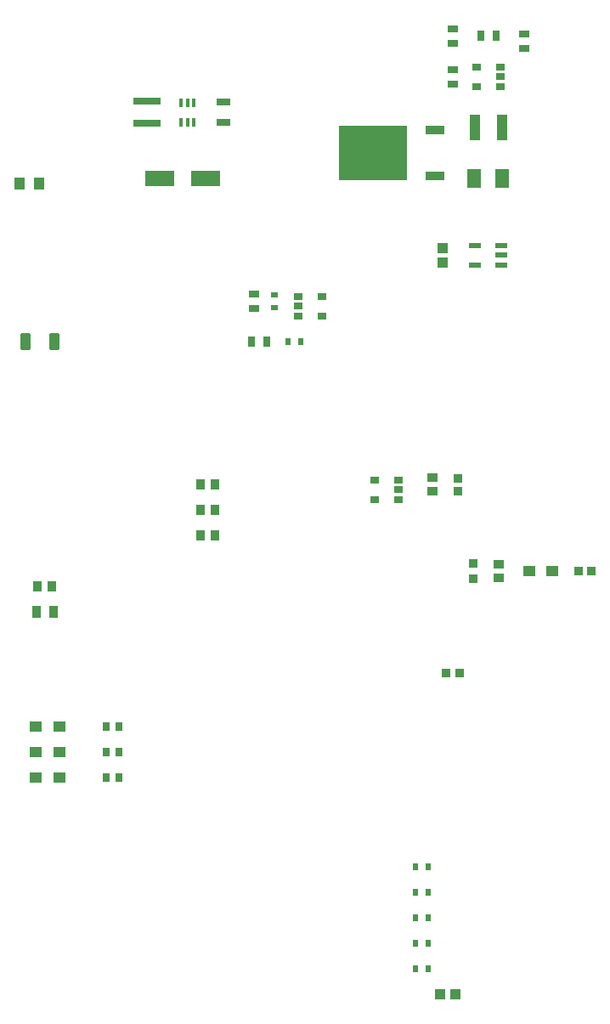
<source format=gtp>
G04 Layer_Color=7318015*
%FSLAX25Y25*%
%MOIN*%
G70*
G01*
G75*
%ADD10R,0.04921X0.04331*%
%ADD11R,0.03347X0.03740*%
%ADD12R,0.04134X0.03543*%
G04:AMPARAMS|DCode=13|XSize=35mil|YSize=35mil|CornerRadius=4.38mil|HoleSize=0mil|Usage=FLASHONLY|Rotation=270.000|XOffset=0mil|YOffset=0mil|HoleType=Round|Shape=RoundedRectangle|*
%AMROUNDEDRECTD13*
21,1,0.03500,0.02625,0,0,270.0*
21,1,0.02625,0.03500,0,0,270.0*
1,1,0.00875,-0.01313,-0.01313*
1,1,0.00875,-0.01313,0.01313*
1,1,0.00875,0.01313,0.01313*
1,1,0.00875,0.01313,-0.01313*
%
%ADD13ROUNDEDRECTD13*%
%ADD14R,0.04134X0.03937*%
%ADD15R,0.02362X0.03150*%
%ADD16R,0.03543X0.02559*%
%ADD17R,0.03543X0.03347*%
%ADD18R,0.01575X0.03347*%
%ADD19R,0.05512X0.07284*%
%ADD20R,0.03937X0.10236*%
%ADD21R,0.05709X0.03000*%
%ADD22R,0.11417X0.06299*%
%ADD23R,0.10630X0.03150*%
%ADD24R,0.03150X0.03937*%
%ADD25R,0.02756X0.03347*%
%ADD26R,0.03543X0.04134*%
%ADD27R,0.04724X0.02165*%
%ADD28R,0.04000X0.05000*%
%ADD29R,0.07480X0.03740*%
%ADD30R,0.27165X0.21654*%
%ADD31R,0.03543X0.04921*%
%ADD32R,0.03937X0.03150*%
%ADD33R,0.03937X0.04134*%
G04:AMPARAMS|DCode=34|XSize=67.72mil|YSize=41.73mil|CornerRadius=9.81mil|HoleSize=0mil|Usage=FLASHONLY|Rotation=90.000|XOffset=0mil|YOffset=0mil|HoleType=Round|Shape=RoundedRectangle|*
%AMROUNDEDRECTD34*
21,1,0.06772,0.02212,0,0,90.0*
21,1,0.04810,0.04173,0,0,90.0*
1,1,0.01961,0.01106,0.02405*
1,1,0.01961,0.01106,-0.02405*
1,1,0.01961,-0.01106,-0.02405*
1,1,0.01961,-0.01106,0.02405*
%
%ADD34ROUNDEDRECTD34*%
%ADD35R,0.03150X0.02362*%
D10*
X585252Y306000D02*
D03*
X576000D02*
D03*
X391752Y225000D02*
D03*
X382500D02*
D03*
X391752Y235000D02*
D03*
X382500D02*
D03*
Y245000D02*
D03*
X391752D02*
D03*
D11*
X595441Y306000D02*
D03*
X600559D02*
D03*
X548658Y266000D02*
D03*
X543342D02*
D03*
D12*
X538000Y337343D02*
D03*
Y342657D02*
D03*
X564000Y303343D02*
D03*
Y308658D02*
D03*
D13*
X554000Y303000D02*
D03*
Y309000D02*
D03*
D14*
X546953Y140000D02*
D03*
X541047D02*
D03*
D15*
X531441Y190000D02*
D03*
X536559D02*
D03*
X531441Y180000D02*
D03*
X536559D02*
D03*
X531441Y170000D02*
D03*
X536559D02*
D03*
X531441Y160000D02*
D03*
X536559D02*
D03*
X531441Y150000D02*
D03*
X536559D02*
D03*
X486559Y396000D02*
D03*
X481441D02*
D03*
D16*
X524724Y334260D02*
D03*
Y338000D02*
D03*
Y341740D02*
D03*
X515276D02*
D03*
Y334260D02*
D03*
X564724Y496260D02*
D03*
Y500000D02*
D03*
Y503740D02*
D03*
X555276D02*
D03*
Y496260D02*
D03*
X485276Y413740D02*
D03*
Y410000D02*
D03*
Y406260D02*
D03*
X494724D02*
D03*
Y413740D02*
D03*
D17*
X548000Y342559D02*
D03*
Y337441D02*
D03*
D18*
X439441Y489740D02*
D03*
X442000D02*
D03*
X444559D02*
D03*
Y482260D02*
D03*
X442000D02*
D03*
X439441D02*
D03*
D19*
X554488Y460000D02*
D03*
X565512D02*
D03*
D20*
X565315Y480000D02*
D03*
X554685D02*
D03*
D21*
X456000Y482000D02*
D03*
Y490000D02*
D03*
D22*
X430945Y460000D02*
D03*
X449055D02*
D03*
D23*
X426000Y481669D02*
D03*
Y490331D02*
D03*
D24*
X467047Y396000D02*
D03*
X472953D02*
D03*
X562953Y516000D02*
D03*
X557047D02*
D03*
D25*
X414961Y245000D02*
D03*
X410039D02*
D03*
X414961Y235000D02*
D03*
X410039D02*
D03*
X414961Y225000D02*
D03*
X410039D02*
D03*
D26*
X447146Y330000D02*
D03*
X452854D02*
D03*
X447146Y340000D02*
D03*
X452854D02*
D03*
Y320000D02*
D03*
X447146D02*
D03*
X383146Y300000D02*
D03*
X388854D02*
D03*
D27*
X554881Y426260D02*
D03*
Y433740D02*
D03*
X565119D02*
D03*
Y430000D02*
D03*
Y426260D02*
D03*
D28*
X383854Y458000D02*
D03*
X376146D02*
D03*
D29*
X539126Y461024D02*
D03*
Y478976D02*
D03*
D30*
X514716Y470000D02*
D03*
D31*
X382653Y290000D02*
D03*
X389347D02*
D03*
D32*
X546000Y502953D02*
D03*
Y497047D02*
D03*
Y518953D02*
D03*
Y513047D02*
D03*
X574000Y511047D02*
D03*
Y516953D02*
D03*
X468000Y409047D02*
D03*
Y414953D02*
D03*
D33*
X542000Y427047D02*
D03*
Y432953D02*
D03*
D34*
X378390Y396000D02*
D03*
X389610D02*
D03*
D35*
X476000Y409441D02*
D03*
Y414559D02*
D03*
M02*

</source>
